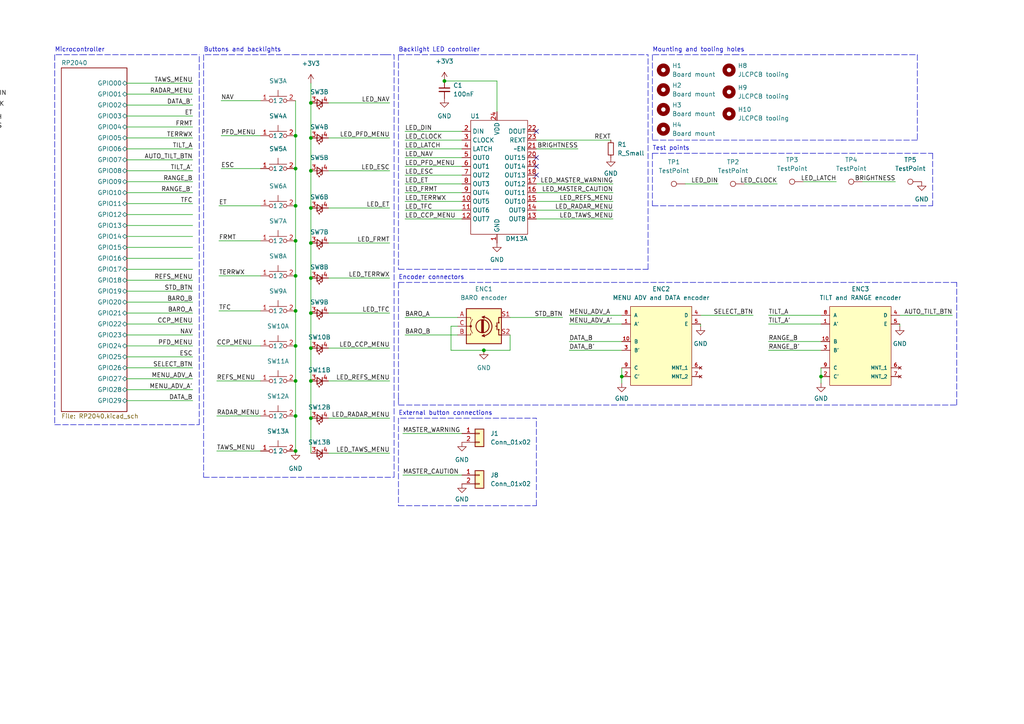
<source format=kicad_sch>
(kicad_sch (version 20211123) (generator eeschema)
  (paper "A4")
  (title_block (date "${DATE}") (rev "${VERSION}"))
  (lib_symbols
    (symbol "Connector:TestPoint" (pin_numbers hide) (pin_names (offset 0.762) hide)
      (property "Reference" "TP" (at 0 6.858 0))
      (property "Value" "TestPoint" (at 0 5.08 0))
      (symbol "TestPoint_0_1"
        (circle (center 0 3.302) (radius 0.762))
      )
      (symbol "TestPoint_1_1"
        (pin passive line (at 0 0 90) (length 2.54) (name "1") (number "1"))
      )
    )
    (symbol "Connector_Generic:Conn_01x02" (pin_names (offset 1.016) hide)
      (property "Reference" "J" (at 0 2.54 0))
      (property "Value" "Conn_01x02" (at 0 -5.08 0))
      (symbol "Conn_01x02_1_1"
        (rectangle (start -1.27 -2.413) (end 0 -2.667) (stroke (width 0.1524)))
        (rectangle (start -1.27 0.127) (end 0 -0.127) (stroke (width 0.1524)))
        (rectangle (start -1.27 1.27) (end 1.27 -3.81) (stroke (width 0.254)) (fill (type background)))
        (pin passive line (at -5.08 0 0) (length 3.81) (name "Pin_1") (number "1"))
        (pin passive line (at -5.08 -2.54 0) (length 3.81) (name "Pin_2") (number "2"))
      )
    )
    (symbol "Custom_Symbols:DM13A"
      (property "Reference" "U" (at -7.62 15.875 0))
      (property "Value" "DM13A" (at 6.35 -19.685 0))
      (symbol "DM13A_0_0"
        (pin power_in line (at 0 -20.955 90) (length 2.54) (name "GND") (number "1"))
        (pin output line (at -10.16 -8.89 0) (length 2.54) (name "OUT5") (number "10"))
        (pin output line (at -10.16 -11.43 0) (length 2.54) (name "OUT6") (number "11"))
        (pin output line (at -10.16 -13.97 0) (length 2.54) (name "OUT7") (number "12"))
        (pin output line (at 11.43 -13.97 180) (length 2.54) (name "OUT8") (number "13"))
        (pin output line (at 11.43 -11.43 180) (length 2.54) (name "OUT9") (number "14"))
        (pin output line (at 11.43 -8.89 180) (length 2.54) (name "OUT10") (number "15"))
        (pin output line (at 11.43 -6.35 180) (length 2.54) (name "OUT11") (number "16"))
        (pin output line (at 11.43 -3.81 180) (length 2.54) (name "OUT12") (number "17"))
        (pin output line (at 11.43 -1.27 180) (length 2.54) (name "OUT13") (number "18"))
        (pin output line (at 11.43 1.27 180) (length 2.54) (name "OUT14") (number "19"))
        (pin input line (at -10.16 11.43 0) (length 2.54) (name "DIN") (number "2"))
        (pin output line (at 11.43 3.81 180) (length 2.54) (name "OUT15") (number "20"))
        (pin input line (at 11.43 6.35 180) (length 2.54) (name "~EN") (number "21"))
        (pin output line (at 11.43 11.43 180) (length 2.54) (name "DOUT") (number "22"))
        (pin input line (at 11.43 8.89 180) (length 2.54) (name "REXT") (number "23"))
        (pin power_in line (at 0 17.145 270) (length 2.54) (name "VDD") (number "24"))
        (pin input line (at -10.16 8.89 0) (length 2.54) (name "CLOCK") (number "3"))
        (pin input line (at -10.16 6.35 0) (length 2.54) (name "LATCH") (number "4"))
        (pin output line (at -10.16 3.81 0) (length 2.54) (name "OUT0") (number "5"))
        (pin output line (at -10.16 1.27 0) (length 2.54) (name "OUT1") (number "6"))
        (pin output line (at -10.16 -1.27 0) (length 2.54) (name "OUT2") (number "7"))
        (pin output line (at -10.16 -3.81 0) (length 2.54) (name "OUT3") (number "8"))
        (pin output line (at -10.16 -6.35 0) (length 2.54) (name "OUT4") (number "9"))
      )
      (symbol "DM13A_0_1"
        (rectangle (start -7.62 14.605) (end 8.89 -18.415))
      )
    )
    (symbol "Custom_Symbols:EC11EBB24C03" (pin_names (offset 1.016))
      (property "Reference" "ENC" (at 0 5.08 0))
      (property "Value" "EC11EBB24C03" (at 0 7.62 0))
      (symbol "EC11EBB24C03_1_1"
        (rectangle (start 5.08 2.54) (end 22.86 -20.32) (fill (type background)))
        (pin output line (at 2.54 -2.54 0) (length 2.54) (name "A'") (number "1"))
        (pin output line (at 2.54 -7.62 0) (length 2.54) (name "B") (number "10"))
        (pin power_in line (at 2.54 -17.78 0) (length 2.54) (name "C'") (number "2"))
        (pin output line (at 2.54 -10.16 0) (length 2.54) (name "B'") (number "3"))
        (pin output line (at 25.4 0 180) (length 2.54) (name "D") (number "4"))
        (pin power_in line (at 25.4 -2.54 180) (length 2.54) (name "E") (number "5"))
        (pin no_connect line (at 25.4 -15.24 180) (length 2.54) (name "MNT_1") (number "6"))
        (pin no_connect line (at 25.4 -17.78 180) (length 2.54) (name "MNT_2") (number "7"))
        (pin output line (at 2.54 0 0) (length 2.54) (name "A") (number "8"))
        (pin power_in line (at 2.54 -15.24 0) (length 2.54) (name "C") (number "9"))
      )
    )
    (symbol "Custom_Symbols:SW_PUSH_LED" (pin_names (offset 1.016))
      (property "Reference" "SW" (at 0 -5.08 0))
      (symbol "SW_PUSH_LED_1_1"
        (circle (center -2.032 -8.89) (radius 0.508))
        (polyline (pts (xy 0 -7.62) (xy 0 -5.842)))
        (polyline (pts (xy 2.54 -7.62) (xy -2.54 -7.62)))
        (circle (center 2.032 -8.89) (radius 0.508))
        (pin passive line (at -5.08 -8.89 0) (length 2.54) (name "1") (number "1"))
        (pin passive line (at 5.08 -8.89 180) (length 2.54) (name "2") (number "2"))
      )
      (symbol "SW_PUSH_LED_2_1"
        (polyline (pts (xy -1.016 -10.16) (xy 0.762 -10.16)))
        (polyline (pts (xy 0.762 -9.144) (xy 0.762 -11.176)) (stroke (width 0.254)))
        (polyline (pts (xy -0.762 -9.144) (xy 0.762 -10.16) (xy -0.762 -11.176) (xy -0.762 -9.144)) (stroke (width 0.254)))
        (polyline (pts (xy -0.508 -11.43) (xy 0 -11.938) (xy -0.254 -11.938) (xy 0 -11.938) (xy 0 -11.684)))
        (polyline (pts (xy 0 -10.922) (xy 0.508 -11.43) (xy 0.254 -11.43) (xy 0.508 -11.43) (xy 0.508 -11.176)))
        (pin passive line (at -2.54 -10.16 0) (length 1.778) (name "~") (number "3"))
        (pin passive line (at 2.54 -10.16 180) (length 1.778) (name "~") (number "4"))
      )
    )
    (symbol "Device:C_Small" (pin_numbers hide) (pin_names (offset 0.254) hide)
      (property "Reference" "C" (at 0.254 1.778 0))
      (property "Value" "C_Small" (at 0.254 -2.032 0))
      (symbol "C_Small_0_1"
        (polyline (pts (xy -1.524 -0.508) (xy 1.524 -0.508)) (stroke (width 0.3302)))
        (polyline (pts (xy -1.524 0.508) (xy 1.524 0.508)) (stroke (width 0.3048)))
      )
      (symbol "C_Small_1_1"
        (pin passive line (at 0 2.54 270) (length 2.032) (name "~") (number "1"))
        (pin passive line (at 0 -2.54 90) (length 2.032) (name "~") (number "2"))
      )
    )
    (symbol "Device:R_Small" (pin_numbers hide) (pin_names (offset 0.254) hide)
      (property "Reference" "R" (at 0.762 0.508 0))
      (property "Value" "R_Small" (at 0.762 -1.016 0))
      (symbol "R_Small_0_1"
        (rectangle (start -0.762 1.778) (end 0.762 -1.778) (stroke (width 0.2032)))
      )
      (symbol "R_Small_1_1"
        (pin passive line (at 0 2.54 270) (length 0.762) (name "~") (number "1"))
        (pin passive line (at 0 -2.54 90) (length 0.762) (name "~") (number "2"))
      )
    )
    (symbol "Device:RotaryEncoder_Switch" (pin_names (offset 0.254) hide)
      (property "Reference" "SW" (at 0 6.604 0))
      (property "Value" "RotaryEncoder_Switch" (at 0 -6.604 0))
      (symbol "RotaryEncoder_Switch_0_1"
        (rectangle (start -5.08 5.08) (end 5.08 -5.08) (stroke (width 0.254)) (fill (type background)))
        (circle (center -3.81 0) (radius 0.254) (fill (type outline)))
        (arc (start -0.381 -2.794) (mid 2.3622 -0.0635) (end -0.381 2.667) (stroke (width 0.254)))
        (circle (center -0.381 0) (radius 1.905) (stroke (width 0.254)))
        (polyline (pts (xy -0.635 -1.778) (xy -0.635 1.778)) (stroke (width 0.254)))
        (polyline (pts (xy -0.381 -1.778) (xy -0.381 1.778)) (stroke (width 0.254)))
        (polyline (pts (xy -0.127 1.778) (xy -0.127 -1.778)) (stroke (width 0.254)))
        (polyline (pts (xy 3.81 0) (xy 3.429 0)) (stroke (width 0.254)))
        (polyline (pts (xy 3.81 1.016) (xy 3.81 -1.016)) (stroke (width 0.254)))
        (polyline (pts (xy -5.08 -2.54) (xy -3.81 -2.54) (xy -3.81 -2.032)))
        (polyline (pts (xy -5.08 2.54) (xy -3.81 2.54) (xy -3.81 2.032)))
        (polyline (pts (xy 0.254 -3.048) (xy -0.508 -2.794) (xy 0.127 -2.413)) (stroke (width 0.254)))
        (polyline (pts (xy 0.254 2.921) (xy -0.508 2.667) (xy 0.127 2.286)) (stroke (width 0.254)))
        (polyline (pts (xy 5.08 -2.54) (xy 4.318 -2.54) (xy 4.318 -1.016)) (stroke (width 0.254)))
        (polyline (pts (xy 5.08 2.54) (xy 4.318 2.54) (xy 4.318 1.016)) (stroke (width 0.254)))
        (polyline (pts (xy -5.08 0) (xy -3.81 0) (xy -3.81 -1.016) (xy -3.302 -2.032)))
        (polyline (pts (xy -4.318 0) (xy -3.81 0) (xy -3.81 1.016) (xy -3.302 2.032)))
        (circle (center 4.318 -1.016) (radius 0.127) (stroke (width 0.254)))
        (circle (center 4.318 1.016) (radius 0.127) (stroke (width 0.254)))
      )
      (symbol "RotaryEncoder_Switch_1_1"
        (pin passive line (at -7.62 2.54 0) (length 2.54) (name "A") (number "A"))
        (pin passive line (at -7.62 -2.54 0) (length 2.54) (name "B") (number "B"))
        (pin passive line (at -7.62 0 0) (length 2.54) (name "C") (number "C"))
        (pin passive line (at 7.62 2.54 180) (length 2.54) (name "S1") (number "S1"))
        (pin passive line (at 7.62 -2.54 180) (length 2.54) (name "S2") (number "S2"))
      )
    )
    (symbol "Mechanical:MountingHole" (pin_names (offset 1.016))
      (property "Reference" "H" (at 0 5.08 0))
      (property "Value" "MountingHole" (at 0 3.175 0))
      (symbol "MountingHole_0_1"
        (circle (center 0 0) (radius 1.27) (stroke (width 1.27)))
      )
    )
    (symbol "power:+3V3" (power) (pin_names (offset 0))
      (property "Value" "+3V3" (at 0 3.556 0))
      (symbol "+3V3_0_1"
        (polyline (pts (xy -0.762 1.27) (xy 0 2.54)))
        (polyline (pts (xy 0 0) (xy 0 2.54)))
        (polyline (pts (xy 0 2.54) (xy 0.762 1.27)))
      )
      (symbol "+3V3_1_1"
        (pin power_in line (at 0 0 90) (length 0) hide (name "+3V3") (number "1"))
      )
    )
    (symbol "power:GND" (power) (pin_names (offset 0))
      (property "Value" "GND" (at 0 -3.81 0))
      (symbol "GND_0_1"
        (polyline (pts (xy 0 0) (xy 0 -1.27) (xy 1.27 -1.27) (xy 0 -2.54) (xy -1.27 -1.27) (xy 0 -1.27)))
      )
      (symbol "GND_1_1"
        (pin power_in line (at 0 0 270) (length 0) hide (name "GND") (number "1"))
      )
    )
  )
  (junction (at 85.725 39.37))
  (junction (at 85.725 80.01))
  (junction (at 85.725 59.69))
  (junction (at 90.17 70.485))
  (junction (at 90.17 29.845))
  (junction (at 90.17 110.49))
  (junction (at 85.725 90.17))
  (junction (at 90.17 80.645))
  (junction (at 85.725 120.65))
  (junction (at 180.34 109.22))
  (junction (at 90.17 40.005))
  (junction (at 140.335 101.6))
  (junction (at 85.725 130.81))
  (junction (at 85.725 48.895))
  (junction (at 128.905 23.495))
  (junction (at 90.17 60.325))
  (junction (at 90.17 90.805))
  (junction (at 90.17 49.53))
  (junction (at 85.725 110.49))
  (junction (at 238.125 109.22))
  (junction (at 85.725 69.85))
  (junction (at 90.17 100.965))
  (junction (at 90.17 121.285))
  (junction (at 85.725 100.33))
  (no_connect (at 155.575 38.1))
  (no_connect (at 155.575 45.72))
  (no_connect (at 155.575 48.26))
  (no_connect (at 155.575 50.8))
  (wire (pts (xy 85.725 48.895) (xy 85.725 59.69)))
  (wire (pts (xy 63.5 69.85) (xy 75.565 69.85)))
  (wire (pts (xy 117.475 50.8) (xy 133.985 50.8)))
  (wire (pts (xy 95.25 29.845) (xy 113.03 29.845)))
  (polyline (pts (xy 137.795 15.875) (xy 115.57 15.875)))
  (wire (pts (xy 36.83 113.03) (xy 55.88 113.03)))
  (wire (pts (xy 95.25 80.645) (xy 113.03 80.645)))
  (polyline (pts (xy 277.495 117.475) (xy 277.495 81.915)))
  (wire (pts (xy 90.17 121.285) (xy 90.17 131.445)))
  (polyline (pts (xy 15.875 123.19) (xy 57.785 123.19)))
  (polyline (pts (xy 115.57 115.57) (xy 115.57 117.475)))
  (polyline (pts (xy 115.57 78.105) (xy 187.96 78.105)))
  (polyline (pts (xy 115.57 121.285) (xy 115.57 146.685)))
  (polyline (pts (xy 189.23 59.69) (xy 270.51 59.69)))
  (wire (pts (xy 90.17 60.325) (xy 90.17 70.485)))
  (wire (pts (xy 36.83 74.93) (xy 55.88 74.93)))
  (wire (pts (xy 36.83 68.58) (xy 55.88 68.58)))
  (wire (pts (xy 95.25 90.805) (xy 113.03 90.805)))
  (wire (pts (xy 132.715 94.615) (xy 130.81 94.615)))
  (polyline (pts (xy 125.73 15.875) (xy 187.96 15.875)))
  (wire (pts (xy 218.44 91.44) (xy 203.2 91.44)))
  (wire (pts (xy 85.725 39.37) (xy 85.725 48.895)))
  (wire (pts (xy 36.83 100.33) (xy 55.88 100.33)))
  (polyline (pts (xy 15.875 15.875) (xy 15.875 123.19)))
  (wire (pts (xy 90.17 90.805) (xy 90.17 100.965)))
  (wire (pts (xy 90.17 29.845) (xy 90.17 40.005)))
  (wire (pts (xy 276.225 91.44) (xy 260.985 91.44)))
  (polyline (pts (xy 266.065 40.64) (xy 243.84 40.64)))
  (wire (pts (xy 36.83 106.68) (xy 55.88 106.68)))
  (wire (pts (xy 198.755 53.34) (xy 208.28 53.34)))
  (polyline (pts (xy 213.995 15.875) (xy 189.23 15.875)))
  (wire (pts (xy 165.1 93.98) (xy 180.34 93.98)))
  (wire (pts (xy 222.885 99.06) (xy 238.125 99.06)))
  (wire (pts (xy 260.985 93.98) (xy 260.985 94.615)))
  (wire (pts (xy 117.475 63.5) (xy 133.985 63.5)))
  (wire (pts (xy 95.25 121.285) (xy 113.03 121.285)))
  (wire (pts (xy 128.905 23.495) (xy 144.145 23.495)))
  (wire (pts (xy 85.725 69.85) (xy 85.725 80.01)))
  (wire (pts (xy 36.83 87.63) (xy 55.88 87.63)))
  (wire (pts (xy 62.865 100.33) (xy 75.565 100.33)))
  (wire (pts (xy 90.17 70.485) (xy 90.17 80.645)))
  (wire (pts (xy 95.25 70.485) (xy 113.03 70.485)))
  (polyline (pts (xy 189.23 15.875) (xy 189.23 40.64)))
  (wire (pts (xy 85.725 80.01) (xy 85.725 90.17)))
  (wire (pts (xy 36.83 27.305) (xy 55.88 27.305)))
  (wire (pts (xy 36.83 62.23) (xy 55.88 62.23)))
  (wire (pts (xy 140.335 101.6) (xy 147.955 101.6)))
  (wire (pts (xy 130.81 94.615) (xy 130.81 101.6)))
  (wire (pts (xy 36.83 116.205) (xy 55.88 116.205)))
  (wire (pts (xy 95.25 131.445) (xy 113.03 131.445)))
  (polyline (pts (xy 266.065 15.875) (xy 266.065 40.64)))
  (wire (pts (xy 95.25 40.005) (xy 113.03 40.005)))
  (polyline (pts (xy 187.96 78.105) (xy 187.96 15.875)))
  (wire (pts (xy 85.725 100.33) (xy 85.725 110.49)))
  (wire (pts (xy 36.83 109.855) (xy 55.88 109.855)))
  (wire (pts (xy 64.135 29.21) (xy 75.565 29.21)))
  (wire (pts (xy 36.83 65.405) (xy 55.88 65.405)))
  (wire (pts (xy 155.575 40.64) (xy 177.165 40.64)))
  (wire (pts (xy 95.25 49.53) (xy 113.03 49.53)))
  (wire (pts (xy 155.575 43.18) (xy 167.64 43.18)))
  (polyline (pts (xy 86.36 15.875) (xy 59.055 15.875)))
  (polyline (pts (xy 189.23 44.45) (xy 189.23 59.69)))
  (polyline (pts (xy 270.51 44.45) (xy 270.51 59.69)))
  (wire (pts (xy 36.83 81.28) (xy 55.88 81.28)))
  (wire (pts (xy 62.865 110.49) (xy 75.565 110.49)))
  (wire (pts (xy 155.575 55.88) (xy 177.8 55.88)))
  (wire (pts (xy 238.125 109.22) (xy 238.125 111.125)))
  (wire (pts (xy 116.84 125.73) (xy 133.985 125.73)))
  (polyline (pts (xy 115.57 15.875) (xy 115.57 78.105)))
  (wire (pts (xy 85.725 110.49) (xy 85.725 120.65)))
  (polyline (pts (xy 59.055 15.875) (xy 59.055 138.43)))
  (wire (pts (xy 36.83 43.18) (xy 55.88 43.18)))
  (wire (pts (xy 180.34 109.22) (xy 180.34 111.125)))
  (wire (pts (xy 36.83 36.83) (xy 55.88 36.83)))
  (wire (pts (xy 36.83 78.105) (xy 55.88 78.105)))
  (wire (pts (xy 117.475 48.26) (xy 133.985 48.26)))
  (wire (pts (xy 36.83 24.13) (xy 55.88 24.13)))
  (wire (pts (xy 117.475 97.155) (xy 132.715 97.155)))
  (wire (pts (xy 117.475 92.075) (xy 132.715 92.075)))
  (wire (pts (xy 62.865 130.81) (xy 75.565 130.81)))
  (polyline (pts (xy 85.09 15.875) (xy 111.76 15.875)))
  (wire (pts (xy 36.83 52.705) (xy 55.88 52.705)))
  (wire (pts (xy 155.575 63.5) (xy 177.8 63.5)))
  (wire (pts (xy 85.725 59.69) (xy 85.725 69.85)))
  (wire (pts (xy 95.25 100.965) (xy 113.03 100.965)))
  (wire (pts (xy 63.5 90.17) (xy 75.565 90.17)))
  (wire (pts (xy 36.83 103.505) (xy 55.88 103.505)))
  (wire (pts (xy 238.125 106.68) (xy 238.125 109.22)))
  (wire (pts (xy 36.83 46.355) (xy 55.88 46.355)))
  (wire (pts (xy 90.17 110.49) (xy 90.17 121.285)))
  (polyline (pts (xy 138.43 121.285) (xy 115.57 121.285)))
  (wire (pts (xy 116.84 137.795) (xy 133.985 137.795)))
  (wire (pts (xy 64.135 39.37) (xy 75.565 39.37)))
  (wire (pts (xy 203.2 93.98) (xy 203.2 94.615)))
  (wire (pts (xy 36.83 30.48) (xy 55.88 30.48)))
  (wire (pts (xy 117.475 58.42) (xy 133.985 58.42)))
  (wire (pts (xy 36.83 33.655) (xy 55.88 33.655)))
  (wire (pts (xy 222.885 93.98) (xy 238.125 93.98)))
  (polyline (pts (xy 24.765 15.875) (xy 15.875 15.875)))
  (wire (pts (xy 165.1 91.44) (xy 180.34 91.44)))
  (polyline (pts (xy 155.575 146.685) (xy 155.575 121.285)))
  (wire (pts (xy 36.83 40.005) (xy 55.88 40.005)))
  (wire (pts (xy 85.725 120.65) (xy 85.725 130.81)))
  (wire (pts (xy 222.885 91.44) (xy 238.125 91.44)))
  (wire (pts (xy 36.83 71.755) (xy 55.88 71.755)))
  (wire (pts (xy 155.575 58.42) (xy 177.8 58.42)))
  (wire (pts (xy 117.475 45.72) (xy 133.985 45.72)))
  (wire (pts (xy 233.045 52.705) (xy 242.57 52.705)))
  (wire (pts (xy 117.475 38.1) (xy 133.985 38.1)))
  (polyline (pts (xy 138.43 81.915) (xy 210.185 81.915)))
  (polyline (pts (xy 57.785 123.19) (xy 57.785 15.875)))
  (wire (pts (xy 36.83 49.53) (xy 55.88 49.53)))
  (wire (pts (xy 117.475 40.64) (xy 133.985 40.64)))
  (wire (pts (xy 117.475 53.34) (xy 133.985 53.34)))
  (wire (pts (xy 117.475 60.96) (xy 133.985 60.96)))
  (wire (pts (xy 117.475 43.18) (xy 133.985 43.18)))
  (polyline (pts (xy 59.055 138.43) (xy 114.3 138.43)))
  (polyline (pts (xy 115.57 146.685) (xy 155.575 146.685)))
  (wire (pts (xy 250.19 52.705) (xy 259.715 52.705)))
  (polyline (pts (xy 138.43 121.285) (xy 155.575 121.285)))
  (wire (pts (xy 117.475 55.88) (xy 133.985 55.88)))
  (wire (pts (xy 62.865 120.65) (xy 75.565 120.65)))
  (wire (pts (xy 90.17 24.13) (xy 90.17 29.845)))
  (wire (pts (xy 215.9 53.34) (xy 225.425 53.34)))
  (polyline (pts (xy 115.57 117.475) (xy 277.495 117.475)))
  (wire (pts (xy 95.25 110.49) (xy 113.03 110.49)))
  (wire (pts (xy 36.83 55.88) (xy 55.88 55.88)))
  (wire (pts (xy 165.1 101.6) (xy 180.34 101.6)))
  (wire (pts (xy 180.34 106.68) (xy 180.34 109.22)))
  (wire (pts (xy 90.17 80.645) (xy 90.17 90.805)))
  (polyline (pts (xy 189.23 40.64) (xy 244.475 40.64)))
  (polyline (pts (xy 189.23 44.45) (xy 270.51 44.45)))
  (wire (pts (xy 163.195 92.075) (xy 147.955 92.075)))
  (polyline (pts (xy 137.795 81.915) (xy 115.57 81.915)))
  (wire (pts (xy 63.5 59.69) (xy 75.565 59.69)))
  (wire (pts (xy 36.83 97.155) (xy 55.88 97.155)))
  (wire (pts (xy 36.83 93.98) (xy 55.88 93.98)))
  (wire (pts (xy 90.17 100.965) (xy 90.17 110.49)))
  (wire (pts (xy 130.81 101.6) (xy 140.335 101.6)))
  (wire (pts (xy 90.17 40.005) (xy 90.17 49.53)))
  (polyline (pts (xy 111.76 15.875) (xy 114.3 15.875)))
  (wire (pts (xy 64.135 48.895) (xy 75.565 48.895)))
  (wire (pts (xy 36.83 84.455) (xy 55.88 84.455)))
  (wire (pts (xy 36.83 90.805) (xy 55.88 90.805)))
  (polyline (pts (xy 114.3 138.43) (xy 114.3 15.875)))
  (polyline (pts (xy 115.57 81.915) (xy 115.57 115.57)))
  (wire (pts (xy 90.17 49.53) (xy 90.17 60.325)))
  (wire (pts (xy 222.885 101.6) (xy 238.125 101.6)))
  (polyline (pts (xy 243.205 15.875) (xy 266.065 15.875)))
  (wire (pts (xy 85.725 29.21) (xy 85.725 39.37)))
  (wire (pts (xy 85.725 90.17) (xy 85.725 100.33)))
  (polyline (pts (xy 23.495 15.875) (xy 57.785 15.875)))
  (polyline (pts (xy 277.495 81.915) (xy 210.185 81.915)))
  (wire (pts (xy 95.25 60.325) (xy 113.03 60.325)))
  (polyline (pts (xy 212.725 15.875) (xy 244.475 15.875)))
  (wire (pts (xy 144.145 23.495) (xy 144.145 32.385)))
  (wire (pts (xy 165.1 99.06) (xy 180.34 99.06)))
  (wire (pts (xy 36.83 59.055) (xy 55.88 59.055)))
  (wire (pts (xy 155.575 53.34) (xy 177.8 53.34)))
  (wire (pts (xy 155.575 60.96) (xy 177.8 60.96)))
  (wire (pts (xy 63.5 80.01) (xy 75.565 80.01)))
  (wire (pts (xy 147.955 97.155) (xy 147.955 101.6)))
  (text "Mounting and tooling holes" (at 189.23 15.24 0) (effects (font (size 1.27 1.27)) (justify left bottom)))
  (text "Microcontroller" (at 15.875 15.24 0) (effects (font (size 1.27 1.27)) (justify left bottom)))
  (text "Buttons and backlights" (at 59.055 15.24 0) (effects (font (size 1.27 1.27)) (justify left bottom)))
  (text "Backlight LED controller" (at 115.57 15.24 0) (effects (font (size 1.27 1.27)) (justify left bottom)))
  (text "Test points" (at 189.23 43.815 0) (effects (font (size 1.27 1.27)) (justify left bottom)))
  (text "Encoder connectors" (at 115.57 81.28 0) (effects (font (size 1.27 1.27)) (justify left bottom)))
  (text "External button connections" (at 115.57 120.65 0) (effects (font (size 1.27 1.27)) (justify left bottom)))
  (label "TERRWX" (at 63.5 80.01 0))
  (label "DATA_B'" (at 165.1 101.6 0))
  (label "LED_LATCH" (at 117.475 43.18 0))
  (label "TERRWX" (at 55.88 40.005 180))
  (label "LED_CLOCK" (at 117.475 40.64 0))
  (label "BRIGHTNESS" (at 259.715 52.705 180))
  (label "TFC" (at 63.5 90.17 0))
  (label "MENU_ADV_A" (at 55.88 109.855 180))
  (label "MASTER_CAUTION" (at 116.84 137.795 0))
  (label "AUTO_TILT_BTN" (at 276.225 91.44 180))
  (label "RANGE_B'" (at 55.88 55.88 180))
  (label "ET" (at 63.5 59.69 0))
  (label "ESC" (at 64.135 48.895 0))
  (label "RANGE_B" (at 222.885 99.06 0))
  (label "DATA_B" (at 55.88 116.205 180))
  (label "MENU_ADV_A" (at 165.1 91.44 0))
  (label "LED_LATCH" (at 0.635 34.925 180))
  (label "BARO_B" (at 55.88 87.63 180))
  (label "RADAR_MENU" (at 55.88 27.305 180))
  (label "LED_ET" (at 113.03 60.325 180))
  (label "TAWS_MENU" (at 62.865 130.81 0))
  (label "STD_BTN" (at 55.88 84.455 180))
  (label "LED_MASTER_CAUTION" (at 177.8 55.88 180))
  (label "LED_FRMT" (at 117.475 55.88 0))
  (label "TILT_A'" (at 55.88 49.53 180))
  (label "TAWS_MENU" (at 55.88 24.13 180))
  (label "FRMT" (at 55.88 36.83 180))
  (label "LED_TERRWX" (at 113.03 80.645 180))
  (label "LED_RADAR_MENU" (at 177.8 60.96 180))
  (label "TILT_A" (at 222.885 91.44 0))
  (label "DATA_B" (at 165.1 99.06 0))
  (label "BARO_A" (at 55.88 90.805 180))
  (label "LED_REFS_MENU" (at 177.8 58.42 180))
  (label "SELECT_BTN" (at 55.88 106.68 180))
  (label "LED_CCP_MENU" (at 113.03 100.965 180))
  (label "TILT_A'" (at 222.885 93.98 0))
  (label "PFD_MENU" (at 55.88 100.33 180))
  (label "ET" (at 55.88 33.655 180))
  (label "BRIGHTNESS" (at 0.635 37.465 180))
  (label "RANGE_B" (at 55.88 52.705 180))
  (label "TFC" (at 55.88 59.055 180))
  (label "LED_PFD_MENU" (at 113.03 40.005 180))
  (label "LED_REFS_MENU" (at 113.03 110.49 180))
  (label "BARO_A" (at 117.475 92.075 0))
  (label "LED_TAWS_MENU" (at 113.03 131.445 180))
  (label "CCP_MENU" (at 55.88 93.98 180))
  (label "LED_TFC" (at 113.03 90.805 180))
  (label "REFS_MENU" (at 62.865 110.49 0))
  (label "TILT_A" (at 55.88 43.18 180))
  (label "LED_PFD_MENU" (at 117.475 48.26 0))
  (label "RADAR_MENU" (at 62.865 120.65 0))
  (label "LED_CCP_MENU" (at 117.475 63.5 0))
  (label "RANGE_B'" (at 222.885 101.6 0))
  (label "LED_DIN" (at 117.475 38.1 0))
  (label "LED_ESC" (at 117.475 50.8 0))
  (label "FRMT" (at 63.5 69.85 0))
  (label "NAV" (at 55.88 97.155 180))
  (label "DATA_B'" (at 55.88 30.48 180))
  (label "LED_FRMT" (at 113.03 70.485 180))
  (label "NAV" (at 64.135 29.21 0))
  (label "LED_RADAR_MENU" (at 113.03 121.285 180))
  (label "MASTER_CAUTION" (at -5.08 51.435 180))
  (label "REFS_MENU" (at 55.88 81.28 180))
  (label "LED_DIN" (at 1.905 27.94 180))
  (label "PFD_MENU" (at 64.135 39.37 0))
  (label "CCP_MENU" (at 62.865 100.33 0))
  (label "LED_TFC" (at 117.475 60.96 0))
  (label "AUTO_TILT_BTN" (at 55.88 46.355 180))
  (label "LED_ESC" (at 113.03 49.53 180))
  (label "MENU_ADV_A'" (at 165.1 93.98 0))
  (label "LED_CLOCK" (at 1.27 31.115 180))
  (label "MASTER_WARNING" (at 116.84 125.73 0))
  (label "LED_TAWS_MENU" (at 177.8 63.5 180))
  (label "LED_ET" (at 117.475 53.34 0))
  (label "MENU_ADV_A'" (at 55.88 113.03 180))
  (label "LED_NAV" (at 117.475 45.72 0))
  (label "STD_BTN" (at 163.195 92.075 180))
  (label "ESC" (at 55.88 103.505 180))
  (label "LED_TERRWX" (at 117.475 58.42 0))
  (label "LED_NAV" (at 113.03 29.845 180))
  (label "LED_MASTER_WARNING" (at 177.8 53.34 180))
  (label "LED_CLOCK" (at 225.425 53.34 180))
  (label "SELECT_BTN" (at 218.44 91.44 180))
  (label "BARO_B" (at 117.475 97.155 0))
  (label "REXT" (at 177.165 40.64 180))
  (label "BRIGHTNESS" (at 167.64 43.18 180))
  (label "LED_DIN" (at 208.28 53.34 180))
  (label "MASTER_WARNING" (at -5.08 48.26 180))
  (label "LED_LATCH" (at 242.57 52.705 180))
  (symbol (lib_id "Custom_Symbols:SW_PUSH_LED") (at 80.645 71.12 0) (unit 1)
    (property "Reference" "SW8" (at 80.645 74.295 0))
    (property "Value" "SW_PUSH_LED" (effects hide))
    (property "Footprint" "Custom_Footprints:SW_PUSH_LED_SMD" (effects hide))
  )
  (symbol (lib_id "Custom_Symbols:SW_PUSH_LED") (at 80.645 121.92 0) (unit 1)
    (property "Reference" "SW13" (at 80.645 125.095 0))
    (property "Value" "SW_PUSH_LED" (effects hide))
    (property "Footprint" "Custom_Footprints:SW_PUSH_LED_SMD" (effects hide))
  )
  (symbol (lib_id "power:GND") (at 128.905 28.575 0) (unit 1)
    (property "Reference" "#PWR027" (effects hide))
    (property "Value" "GND" (at 128.905 33.655 0))
  )
  (symbol (lib_id "Device:R_Small") (at 177.165 43.18 0) (unit 1)
    (property "Reference" "R1" (at 179.07 41.9099 0) (effects (justify left)))
    (property "Value" "R_Small" (at 179.07 44.4499 0) (effects (justify left)))
    (property "Footprint" "Custom_Footprints:Perfect_0402" (effects hide))
  )
  (symbol (lib_id "power:GND") (at 133.985 140.335 0) (unit 1)
    (property "Reference" "#PWR036" (effects hide))
    (property "Value" "GND" (at 133.985 144.78 0))
  )
  (symbol (lib_id "Custom_Symbols:SW_PUSH_LED") (at 80.645 91.44 0) (unit 1)
    (property "Reference" "SW10" (at 80.645 94.615 0))
    (property "Value" "SW_PUSH_LED" (effects hide))
    (property "Footprint" "Custom_Footprints:SW_PUSH_LED_SMD" (effects hide))
  )
  (symbol (lib_id "Custom_Symbols:SW_PUSH_LED") (at 92.71 29.845 0) (unit 2)
    (property "Reference" "SW4" (at 92.6465 36.83 0))
    (property "Value" "SW_PUSH_LED" (effects hide))
    (property "Footprint" "Custom_Footprints:SW_PUSH_LED_SMD" (effects hide))
  )
  (symbol (lib_id "Custom_Symbols:SW_PUSH_LED") (at 92.71 70.485 0) (unit 2)
    (property "Reference" "SW8" (at 92.6465 77.47 0))
    (property "Value" "SW_PUSH_LED" (effects hide))
    (property "Footprint" "Custom_Footprints:SW_PUSH_LED_SMD" (effects hide))
  )
  (symbol (lib_id "power:GND") (at 203.2 94.615 0) (unit 1)
    (property "Reference" "#PWR03" (effects hide))
    (property "Value" "GND" (at 203.2 99.695 0))
  )
  (symbol (lib_id "power:GND") (at 267.335 52.705 0) (unit 1)
    (property "Reference" "#PWR033" (effects hide))
    (property "Value" "GND" (at 267.335 57.785 0))
  )
  (symbol (lib_id "Custom_Symbols:SW_PUSH_LED") (at 92.71 50.165 0) (unit 2)
    (property "Reference" "SW6" (at 92.6465 57.15 0))
    (property "Value" "SW_PUSH_LED" (effects hide))
    (property "Footprint" "Custom_Footprints:SW_PUSH_LED_SMD" (effects hide))
  )
  (symbol (lib_id "Custom_Symbols:SW_PUSH_LED") (at 80.645 30.48 0) (unit 1)
    (property "Reference" "SW4" (at 80.645 33.655 0))
    (property "Value" "SW_PUSH_LED" (effects hide))
    (property "Footprint" "Custom_Footprints:SW_PUSH_LED_SMD" (effects hide))
  )
  (symbol (lib_id "power:GND") (at 260.985 94.615 0) (unit 1)
    (property "Reference" "#PWR06" (effects hide))
    (property "Value" "GND" (at 260.985 99.695 0))
  )
  (symbol (lib_id "power:+3V3") (at 128.905 23.495 0) (mirror y) (unit 1)
    (property "Reference" "#PWR026" (effects hide))
    (property "Value" "+3V3" (at 128.905 17.78 0))
  )
  (symbol (lib_id "Device:RotaryEncoder_Switch") (at 140.335 94.615 0) (unit 1)
    (property "Reference" "ENC1" (at 140.335 83.82 0))
    (property "Value" "BARO encoder" (at 140.335 86.36 0))
    (property "Footprint" "Custom_Footprints:EN11-HSM1BF20_THT" (effects hide))
  )
  (symbol (lib_id "Mechanical:MountingHole") (at 211.455 26.67 270) (unit 1)
    (property "Reference" "H9" (at 213.995 25.3999 90) (effects (justify left)))
    (property "Value" "JLCPCB tooling" (at 213.995 27.9399 90) (effects (justify left)))
    (property "Footprint" "Custom_Footprints:JLCPCB_Tooling_Hole" (effects hide))
  )
  (symbol (lib_id "Connector_Generic:Conn_01x02") (at 139.065 137.795 0) (unit 1)
    (property "Reference" "J8" (at 142.24 137.7949 0) (effects (justify left)))
    (property "Value" "Conn_01x02" (at 142.24 140.3349 0) (effects (justify left)))
    (property "Footprint" "Connector_JST:JST_XH_B2B-XH-A_1x02_P2.50mm_Vertical" (effects hide))
  )
  (symbol (lib_id "Connector:TestPoint") (at 233.045 52.705 90) (unit 1)
    (property "Reference" "TP3" (at 229.743 46.355 90))
    (property "Value" "TestPoint" (at 229.743 48.895 90))
    (property "Footprint" "TestPoint:TestPoint_Keystone_5000-5004_Miniature" (effects hide))
  )
  (symbol (lib_id "power:GND") (at 140.335 101.6 0) (unit 1)
    (property "Reference" "#PWR02" (effects hide))
    (property "Value" "GND" (at 140.335 106.68 0))
  )
  (symbol (lib_id "power:GND") (at 85.725 130.81 0) (unit 1)
    (property "Reference" "#PWR024" (effects hide))
    (property "Value" "GND" (at 85.725 135.89 0))
  )
  (symbol (lib_id "Custom_Symbols:SW_PUSH_LED") (at 92.71 39.37 0) (unit 2)
    (property "Reference" "SW5" (at 92.6465 45.72 0))
    (property "Value" "SW_PUSH_LED" (effects hide))
    (property "Footprint" "Custom_Footprints:SW_PUSH_LED_SMD" (effects hide))
  )
  (symbol (lib_id "power:GND") (at 177.165 45.72 0) (unit 1)
    (property "Reference" "#PWR031" (effects hide))
    (property "Value" "GND" (at 177.165 50.292 0))
  )
  (symbol (lib_id "Custom_Symbols:EC11EBB24C03") (at 235.585 91.44 0) (unit 1)
    (property "Reference" "ENC3" (at 249.555 83.82 0))
    (property "Value" "TILT and RANGE encoder" (at 249.555 86.36 0))
    (property "Footprint" "Custom_Footprints:ALPS-EC11EBB24C03-0" (effects hide))
    (property "Datasheet" "http://www.alps.com/prod/info/E/HTML/Encoder/Incremental/EC11/EC11EBB24C03.html" (effects hide))
    (property "Mounting Style" "PCB Mount" (effects hide))
    (property "Number of Channels" "2 Channel" (effects hide))
    (property "Number of Detents" "30 Detent" (effects hide))
    (property "Operating life (cycles)" "15000" (effects hide))
    (property "Output Type" "Quadrature" (effects hide))
    (property "Rating" "10mA 5VDC" (effects hide))
    (property "Resolution" "15 PPR" (effects hide))
    (property "Technology" "Rotary" (effects hide))
    (property "Termination Style" "Through Hole" (effects hide))
    (property "Type" "Incremental" (effects hide))
    (property "category" "Enc" (effects hide))
    (property "lead free" "yes" (effects hide))
    (property "library id" "d2b5fb0d25cfef44" (effects hide))
    (property "manufacturer" "ALPS" (effects hide))
    (property "mouser part number" "688-EC11EBB24C03" (effects hide))
    (property "package" "ENCODER_PTH_11MM7X12MM0" (effects hide))
    (property "rohs" "yes" (effects hide))
    (property "temperature range high" "+85°C" (effects hide))
    (property "temperature range low" "-40°C" (effects hide))
  )
  (symbol (lib_id "power:GND") (at 144.145 70.485 0) (unit 1)
    (property "Reference" "#PWR029" (effects hide))
    (property "Value" "GND" (at 144.145 75.311 0))
  )
  (symbol (lib_id "Connector:TestPoint") (at 250.19 52.705 90) (unit 1)
    (property "Reference" "TP4" (at 246.888 46.355 90))
    (property "Value" "TestPoint" (at 246.888 48.895 90))
    (property "Footprint" "TestPoint:TestPoint_Keystone_5000-5004_Miniature" (effects hide))
  )
  (symbol (lib_id "Custom_Symbols:SW_PUSH_LED") (at 92.71 80.645 0) (unit 2)
    (property "Reference" "SW9" (at 92.6465 87.63 0))
    (property "Value" "SW_PUSH_LED" (effects hide))
    (property "Footprint" "Custom_Footprints:SW_PUSH_LED_SMD" (effects hide))
  )
  (symbol (lib_id "Custom_Symbols:SW_PUSH_LED") (at 80.645 101.6 0) (unit 1)
    (property "Reference" "SW11" (at 80.645 104.775 0))
    (property "Value" "SW_PUSH_LED" (effects hide))
    (property "Footprint" "Custom_Footprints:SW_PUSH_LED_SMD" (effects hide))
  )
  (symbol (lib_id "Connector:TestPoint") (at 267.335 52.705 90) (unit 1)
    (property "Reference" "TP5" (at 264.033 46.355 90))
    (property "Value" "TestPoint" (at 264.033 48.895 90))
    (property "Footprint" "TestPoint:TestPoint_Keystone_5000-5004_Miniature" (effects hide))
  )
  (symbol (lib_id "Custom_Symbols:SW_PUSH_LED") (at 92.71 60.325 0) (unit 2)
    (property "Reference" "SW7" (at 92.6465 67.31 0))
    (property "Value" "SW_PUSH_LED" (effects hide))
    (property "Footprint" "Custom_Footprints:SW_PUSH_LED_SMD" (effects hide))
  )
  (symbol (lib_id "Device:C_Small") (at 128.905 26.035 0) (unit 1)
    (property "Reference" "C1" (at 131.445 24.7712 0) (effects (justify left)))
    (property "Value" "100nF" (at 131.445 27.3112 0) (effects (justify left)))
    (property "Footprint" "Custom_Footprints:Perfect_0402" (effects hide))
  )
  (symbol (lib_id "Custom_Symbols:SW_PUSH_LED") (at 92.71 90.805 0) (unit 2)
    (property "Reference" "SW10" (at 92.6465 97.79 0))
    (property "Value" "SW_PUSH_LED" (effects hide))
    (property "Footprint" "Custom_Footprints:SW_PUSH_LED_SMD" (effects hide))
  )
  (symbol (lib_id "Custom_Symbols:SW_PUSH_LED") (at 92.71 19.685 0) (unit 2)
    (property "Reference" "SW3" (at 92.6465 26.67 0))
    (property "Value" "SW_PUSH_LED" (effects hide))
    (property "Footprint" "Custom_Footprints:SW_PUSH_LED_SMD" (effects hide))
  )
  (symbol (lib_id "Mechanical:MountingHole") (at 192.405 26.035 270) (unit 1)
    (property "Reference" "H2" (at 194.945 24.7649 90) (effects (justify left)))
    (property "Value" "Board mount" (at 194.945 27.3049 90) (effects (justify left)))
    (property "Footprint" "MountingHole:MountingHole_3.2mm_M3" (effects hide))
  )
  (symbol (lib_id "Mechanical:MountingHole") (at 192.405 20.32 270) (unit 1)
    (property "Reference" "H1" (at 194.945 19.0499 90) (effects (justify left)))
    (property "Value" "Board mount" (at 194.945 21.5899 90) (effects (justify left)))
    (property "Footprint" "MountingHole:MountingHole_3.2mm_M3" (effects hide))
  )
  (symbol (lib_id "power:GND") (at 238.125 111.125 0) (unit 1)
    (property "Reference" "#PWR04" (effects hide))
    (property "Value" "GND" (at 238.125 115.57 0))
  )
  (symbol (lib_id "Custom_Symbols:SW_PUSH_LED") (at 80.645 81.28 0) (unit 1)
    (property "Reference" "SW9" (at 80.645 84.455 0))
    (property "Value" "SW_PUSH_LED" (effects hide))
    (property "Footprint" "Custom_Footprints:SW_PUSH_LED_SMD" (effects hide))
  )
  (symbol (lib_id "Custom_Symbols:SW_PUSH_LED") (at 80.645 60.96 0) (unit 1)
    (property "Reference" "SW7" (at 80.645 64.135 0))
    (property "Value" "SW_PUSH_LED" (effects hide))
    (property "Footprint" "Custom_Footprints:SW_PUSH_LED_SMD" (effects hide))
  )
  (symbol (lib_id "Custom_Symbols:EC11EBB24C03") (at 177.8 91.44 0) (unit 1)
    (property "Reference" "ENC2" (at 191.77 83.82 0))
    (property "Value" "MENU ADV and DATA encoder" (at 191.77 86.36 0))
    (property "Footprint" "Custom_Footprints:ALPS-EC11EBB24C03-0" (effects hide))
    (property "Datasheet" "http://www.alps.com/prod/info/E/HTML/Encoder/Incremental/EC11/EC11EBB24C03.html" (effects hide))
    (property "Mounting Style" "PCB Mount" (effects hide))
    (property "Number of Channels" "2 Channel" (effects hide))
    (property "Number of Detents" "30 Detent" (effects hide))
    (property "Operating life (cycles)" "15000" (effects hide))
    (property "Output Type" "Quadrature" (effects hide))
    (property "Rating" "10mA 5VDC" (effects hide))
    (property "Resolution" "15 PPR" (effects hide))
    (property "Technology" "Rotary" (effects hide))
    (property "Termination Style" "Through Hole" (effects hide))
    (property "Type" "Incremental" (effects hide))
    (property "category" "Enc" (effects hide))
    (property "lead free" "yes" (effects hide))
    (property "library id" "d2b5fb0d25cfef44" (effects hide))
    (property "manufacturer" "ALPS" (effects hide))
    (property "mouser part number" "688-EC11EBB24C03" (effects hide))
    (property "package" "ENCODER_PTH_11MM7X12MM0" (effects hide))
    (property "rohs" "yes" (effects hide))
    (property "temperature range high" "+85°C" (effects hide))
    (property "temperature range low" "-40°C" (effects hide))
  )
  (symbol (lib_id "Custom_Symbols:DM13A") (at 144.145 49.53 0) (unit 1)
    (property "Reference" "U1" (at 137.795 33.655 0))
    (property "Value" "DM13A" (at 149.86 69.215 0))
    (property "Footprint" "Package_SO:SSOP-24_3.9x8.7mm_P0.635mm" (effects hide))
  )
  (symbol (lib_id "Custom_Symbols:SW_PUSH_LED") (at 92.71 111.125 0) (unit 2)
    (property "Reference" "SW12" (at 92.6465 118.11 0))
    (property "Value" "SW_PUSH_LED" (effects hide))
    (property "Footprint" "Custom_Footprints:SW_PUSH_LED_SMD" (effects hide))
  )
  (symbol (lib_id "power:GND") (at 133.985 128.27 0) (unit 1)
    (property "Reference" "#PWR035" (effects hide))
    (property "Value" "GND" (at 133.985 133.35 0))
  )
  (symbol (lib_id "Custom_Symbols:SW_PUSH_LED") (at 80.645 50.8 0) (unit 1)
    (property "Reference" "SW6" (at 80.645 53.975 0))
    (property "Value" "SW_PUSH_LED" (effects hide))
    (property "Footprint" "Custom_Footprints:SW_PUSH_LED_SMD" (effects hide))
  )
  (symbol (lib_id "power:+3V3") (at 90.17 24.13 0) (unit 1)
    (property "Reference" "#PWR025" (effects hide))
    (property "Value" "+3V3" (at 90.17 18.415 0))
  )
  (symbol (lib_id "Mechanical:MountingHole") (at 192.405 37.465 270) (unit 1)
    (property "Reference" "H4" (at 194.945 36.1949 90) (effects (justify left)))
    (property "Value" "Board mount" (at 194.945 38.7349 90) (effects (justify left)))
    (property "Footprint" "MountingHole:MountingHole_3.2mm_M3" (effects hide))
  )
  (symbol (lib_id "Custom_Symbols:SW_PUSH_LED") (at 92.71 100.33 0) (unit 2)
    (property "Reference" "SW11" (at 92.6465 107.315 0))
    (property "Value" "SW_PUSH_LED" (effects hide))
    (property "Footprint" "Custom_Footprints:SW_PUSH_LED_SMD" (effects hide))
  )
  (symbol (lib_id "Connector_Generic:Conn_01x02") (at 139.065 125.73 0) (unit 1)
    (property "Reference" "J1" (at 142.24 125.7299 0) (effects (justify left)))
    (property "Value" "Conn_01x02" (at 142.24 128.2699 0) (effects (justify left)))
    (property "Footprint" "Connector_JST:JST_XH_B2B-XH-A_1x02_P2.50mm_Vertical" (effects hide))
  )
  (symbol (lib_id "Connector:TestPoint") (at 198.755 53.34 90) (unit 1)
    (property "Reference" "TP1" (at 195.453 46.99 90))
    (property "Value" "TestPoint" (at 195.453 49.53 90))
    (property "Footprint" "TestPoint:TestPoint_Keystone_5000-5004_Miniature" (effects hide))
  )
  (symbol (lib_id "Mechanical:MountingHole") (at 211.455 20.32 0) (unit 1)
    (property "Reference" "H8" (at 213.995 19.0499 0) (effects (justify left)))
    (property "Value" "JLCPCB tooling" (at 213.995 21.5899 0) (effects (justify left)))
    (property "Footprint" "Custom_Footprints:JLCPCB_Tooling_Hole" (effects hide))
  )
  (symbol (lib_id "Custom_Symbols:SW_PUSH_LED") (at 92.71 121.285 0) (unit 2)
    (property "Reference" "SW13" (at 92.6465 128.27 0))
    (property "Value" "SW_PUSH_LED" (effects hide))
    (property "Footprint" "Custom_Footprints:SW_PUSH_LED_SMD" (effects hide))
  )
  (symbol (lib_id "power:GND") (at 180.34 111.125 0) (unit 1)
    (property "Reference" "#PWR030" (effects hide))
    (property "Value" "GND" (at 180.34 115.57 0))
  )
  (symbol (lib_id "Custom_Symbols:SW_PUSH_LED") (at 80.645 40.005 0) (unit 1)
    (property "Reference" "SW5" (at 80.645 43.18 0))
    (property "Value" "SW_PUSH_LED" (effects hide))
    (property "Footprint" "Custom_Footprints:SW_PUSH_LED_SMD" (effects hide))
  )
  (symbol (lib_id "Mechanical:MountingHole") (at 211.455 33.02 270) (unit 1)
    (property "Reference" "H10" (at 213.995 31.7499 90) (effects (justify left)))
    (property "Value" "JLCPCB tooling" (at 213.995 34.2899 90) (effects (justify left)))
    (property "Footprint" "Custom_Footprints:JLCPCB_Tooling_Hole" (effects hide))
  )
  (symbol (lib_id "Custom_Symbols:SW_PUSH_LED") (at 80.645 20.32 0) (unit 1)
    (property "Reference" "SW3" (at 80.645 23.495 0))
    (property "Value" "SW_PUSH_LED" (effects hide))
    (property "Footprint" "Custom_Footprints:SW_PUSH_LED_SMD" (effects hide))
  )
  (symbol (lib_id "Mechanical:MountingHole") (at 192.405 31.75 270) (unit 1)
    (property "Reference" "H3" (at 194.945 30.4799 90) (effects (justify left)))
    (property "Value" "Board mount" (at 194.945 33.0199 90) (effects (justify left)))
    (property "Footprint" "MountingHole:MountingHole_3.2mm_M3" (effects hide))
  )
  (symbol (lib_id "Custom_Symbols:SW_PUSH_LED") (at 80.645 111.76 0) (unit 1)
    (property "Reference" "SW12" (at 80.645 114.935 0))
    (property "Value" "SW_PUSH_LED" (effects hide))
    (property "Footprint" "Custom_Footprints:SW_PUSH_LED_SMD" (effects hide))
  )
  (symbol (lib_id "Connector:TestPoint") (at 215.9 53.34 90) (unit 1)
    (property "Reference" "TP2" (at 212.598 46.99 90))
    (property "Value" "TestPoint" (at 212.598 49.53 90))
    (property "Footprint" "TestPoint:TestPoint_Keystone_5000-5004_Miniature" (effects hide))
  )
  (sheet (at 17.78 19.685) (size 19.05 99.695) (stroke (width 0.1524))
    (property "Sheet name" "RP2040" (at 17.78 18.9734 0) (effects (justify left bottom)))
    (property "Sheet file" "RP2040.kicad_sch" (at 17.78 119.9646 0) (effects (justify left top)))
    (pin "GPIO00" bidirectional (at 36.83 24.13 0))
    (pin "GPIO01" bidirectional (at 36.83 27.305 0))
    (pin "GPIO02" bidirectional (at 36.83 30.48 0))
    (pin "GPIO03" bidirectional (at 36.83 33.655 0))
    (pin "GPIO04" bidirectional (at 36.83 36.83 0))
    (pin "GPIO05" bidirectional (at 36.83 40.005 0))
    (pin "GPIO06" bidirectional (at 36.83 43.18 0))
    (pin "GPIO07" bidirectional (at 36.83 46.355 0))
    (pin "GPIO08" bidirectional (at 36.83 49.53 0))
    (pin "GPIO09" bidirectional (at 36.83 52.705 0))
    (pin "GPIO10" bidirectional (at 36.83 55.88 0))
    (pin "GPIO11" bidirectional (at 36.83 59.055 0))
    (pin "GPIO12" bidirectional (at 36.83 62.23 0))
    (pin "GPIO13" bidirectional (at 36.83 65.405 0))
    (pin "GPIO14" bidirectional (at 36.83 68.58 0))
    (pin "GPIO15" bidirectional (at 36.83 71.755 0))
    (pin "GPIO16" bidirectional (at 36.83 74.93 0))
    (pin "GPIO17" bidirectional (at 36.83 78.105 0))
    (pin "GPIO18" bidirectional (at 36.83 81.28 0))
    (pin "GPIO19" bidirectional (at 36.83 84.455 0))
    (pin "GPIO20" bidirectional (at 36.83 87.63 0))
    (pin "GPIO21" bidirectional (at 36.83 90.805 0))
    (pin "GPIO22" bidirectional (at 36.83 93.98 0))
    (pin "GPIO23" bidirectional (at 36.83 97.155 0))
    (pin "GPIO24" bidirectional (at 36.83 100.33 0))
    (pin "GPIO25" bidirectional (at 36.83 103.505 0))
    (pin "GPIO28" bidirectional (at 36.83 113.03 0))
    (pin "GPIO29" bidirectional (at 36.83 116.205 0))
    (pin "GPIO26" bidirectional (at 36.83 106.68 0))
    (pin "GPIO27" bidirectional (at 36.83 109.855 0))
  )
)
</source>
